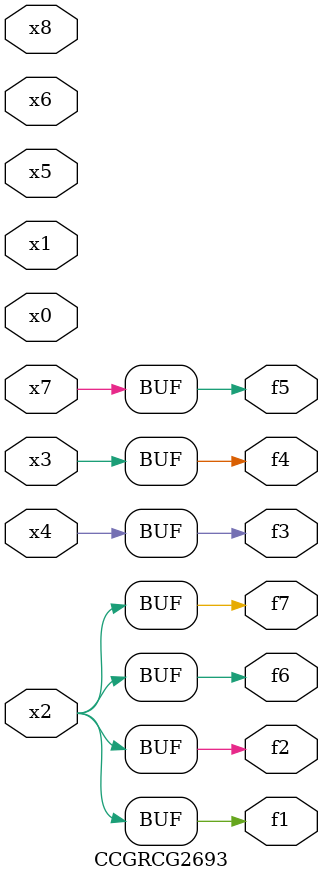
<source format=v>
module CCGRCG2693(
	input x0, x1, x2, x3, x4, x5, x6, x7, x8,
	output f1, f2, f3, f4, f5, f6, f7
);
	assign f1 = x2;
	assign f2 = x2;
	assign f3 = x4;
	assign f4 = x3;
	assign f5 = x7;
	assign f6 = x2;
	assign f7 = x2;
endmodule

</source>
